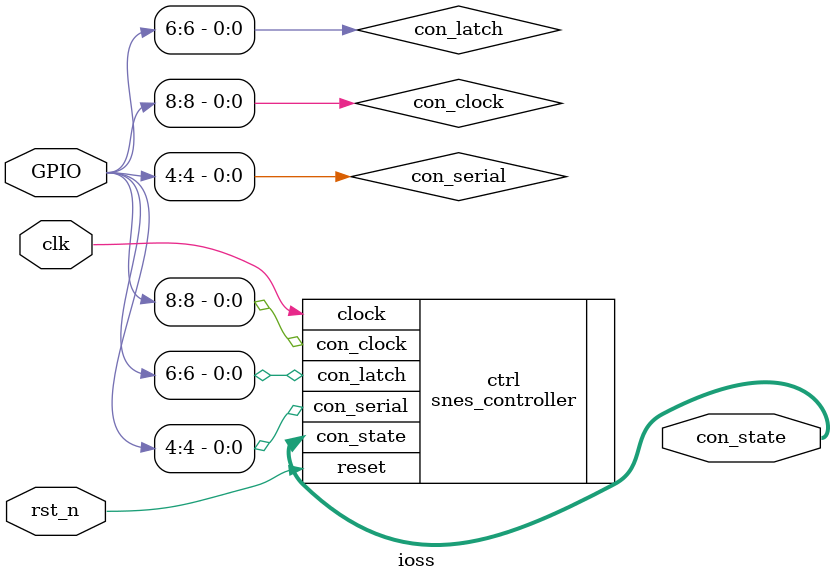
<source format=sv>
module ioss (
    input  logic        clk,
    input  logic        rst_n,
    inout  logic [35:0] GPIO,
    output logic [15:0] con_state
);

    logic con_serial, con_clock, con_latch;
    assign GPIO[8] = con_clock;
    assign GPIO[6] = con_latch;
    assign con_serial = GPIO[4];

    snes_controller ctrl (
        .con_serial,
        .clock(clk),
        .reset(rst_n),
        .con_clock,
        .con_latch,
        .con_state
    );

endmodule : ioss

</source>
